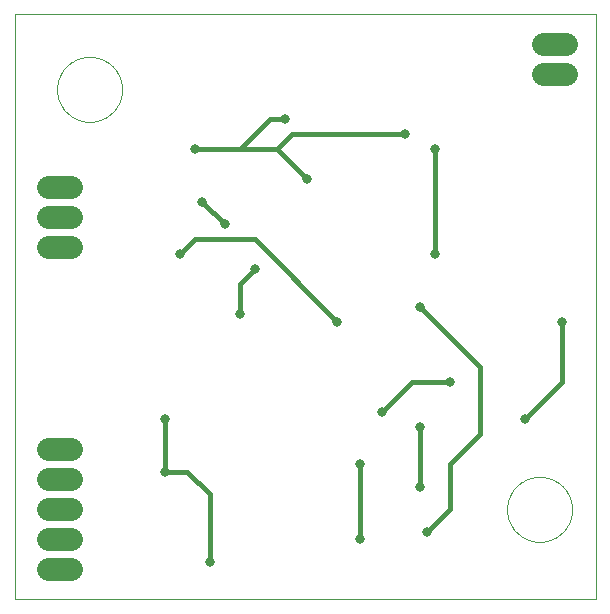
<source format=gbl>
G75*
%MOIN*%
%OFA0B0*%
%FSLAX25Y25*%
%IPPOS*%
%LPD*%
%AMOC8*
5,1,8,0,0,1.08239X$1,22.5*
%
%ADD10C,0.00000*%
%ADD11C,0.07800*%
%ADD12C,0.03169*%
%ADD13C,0.01600*%
D10*
X0003450Y0001250D02*
X0003450Y0196211D01*
X0197151Y0196211D01*
X0197151Y0001250D01*
X0003450Y0001250D01*
X0017623Y0171250D02*
X0017626Y0171516D01*
X0017636Y0171781D01*
X0017652Y0172046D01*
X0017675Y0172311D01*
X0017704Y0172575D01*
X0017740Y0172839D01*
X0017782Y0173101D01*
X0017831Y0173362D01*
X0017886Y0173622D01*
X0017947Y0173881D01*
X0018015Y0174138D01*
X0018089Y0174393D01*
X0018169Y0174646D01*
X0018256Y0174898D01*
X0018348Y0175147D01*
X0018447Y0175393D01*
X0018552Y0175638D01*
X0018663Y0175879D01*
X0018779Y0176118D01*
X0018901Y0176354D01*
X0019030Y0176587D01*
X0019163Y0176816D01*
X0019303Y0177042D01*
X0019448Y0177265D01*
X0019598Y0177484D01*
X0019754Y0177700D01*
X0019915Y0177911D01*
X0020081Y0178119D01*
X0020252Y0178322D01*
X0020428Y0178521D01*
X0020609Y0178716D01*
X0020794Y0178906D01*
X0020984Y0179091D01*
X0021179Y0179272D01*
X0021378Y0179448D01*
X0021581Y0179619D01*
X0021789Y0179785D01*
X0022000Y0179946D01*
X0022216Y0180102D01*
X0022435Y0180252D01*
X0022658Y0180397D01*
X0022884Y0180537D01*
X0023113Y0180670D01*
X0023346Y0180799D01*
X0023582Y0180921D01*
X0023821Y0181037D01*
X0024062Y0181148D01*
X0024307Y0181253D01*
X0024553Y0181352D01*
X0024802Y0181444D01*
X0025054Y0181531D01*
X0025307Y0181611D01*
X0025562Y0181685D01*
X0025819Y0181753D01*
X0026078Y0181814D01*
X0026338Y0181869D01*
X0026599Y0181918D01*
X0026861Y0181960D01*
X0027125Y0181996D01*
X0027389Y0182025D01*
X0027654Y0182048D01*
X0027919Y0182064D01*
X0028184Y0182074D01*
X0028450Y0182077D01*
X0028716Y0182074D01*
X0028981Y0182064D01*
X0029246Y0182048D01*
X0029511Y0182025D01*
X0029775Y0181996D01*
X0030039Y0181960D01*
X0030301Y0181918D01*
X0030562Y0181869D01*
X0030822Y0181814D01*
X0031081Y0181753D01*
X0031338Y0181685D01*
X0031593Y0181611D01*
X0031846Y0181531D01*
X0032098Y0181444D01*
X0032347Y0181352D01*
X0032593Y0181253D01*
X0032838Y0181148D01*
X0033079Y0181037D01*
X0033318Y0180921D01*
X0033554Y0180799D01*
X0033787Y0180670D01*
X0034016Y0180537D01*
X0034242Y0180397D01*
X0034465Y0180252D01*
X0034684Y0180102D01*
X0034900Y0179946D01*
X0035111Y0179785D01*
X0035319Y0179619D01*
X0035522Y0179448D01*
X0035721Y0179272D01*
X0035916Y0179091D01*
X0036106Y0178906D01*
X0036291Y0178716D01*
X0036472Y0178521D01*
X0036648Y0178322D01*
X0036819Y0178119D01*
X0036985Y0177911D01*
X0037146Y0177700D01*
X0037302Y0177484D01*
X0037452Y0177265D01*
X0037597Y0177042D01*
X0037737Y0176816D01*
X0037870Y0176587D01*
X0037999Y0176354D01*
X0038121Y0176118D01*
X0038237Y0175879D01*
X0038348Y0175638D01*
X0038453Y0175393D01*
X0038552Y0175147D01*
X0038644Y0174898D01*
X0038731Y0174646D01*
X0038811Y0174393D01*
X0038885Y0174138D01*
X0038953Y0173881D01*
X0039014Y0173622D01*
X0039069Y0173362D01*
X0039118Y0173101D01*
X0039160Y0172839D01*
X0039196Y0172575D01*
X0039225Y0172311D01*
X0039248Y0172046D01*
X0039264Y0171781D01*
X0039274Y0171516D01*
X0039277Y0171250D01*
X0039274Y0170984D01*
X0039264Y0170719D01*
X0039248Y0170454D01*
X0039225Y0170189D01*
X0039196Y0169925D01*
X0039160Y0169661D01*
X0039118Y0169399D01*
X0039069Y0169138D01*
X0039014Y0168878D01*
X0038953Y0168619D01*
X0038885Y0168362D01*
X0038811Y0168107D01*
X0038731Y0167854D01*
X0038644Y0167602D01*
X0038552Y0167353D01*
X0038453Y0167107D01*
X0038348Y0166862D01*
X0038237Y0166621D01*
X0038121Y0166382D01*
X0037999Y0166146D01*
X0037870Y0165913D01*
X0037737Y0165684D01*
X0037597Y0165458D01*
X0037452Y0165235D01*
X0037302Y0165016D01*
X0037146Y0164800D01*
X0036985Y0164589D01*
X0036819Y0164381D01*
X0036648Y0164178D01*
X0036472Y0163979D01*
X0036291Y0163784D01*
X0036106Y0163594D01*
X0035916Y0163409D01*
X0035721Y0163228D01*
X0035522Y0163052D01*
X0035319Y0162881D01*
X0035111Y0162715D01*
X0034900Y0162554D01*
X0034684Y0162398D01*
X0034465Y0162248D01*
X0034242Y0162103D01*
X0034016Y0161963D01*
X0033787Y0161830D01*
X0033554Y0161701D01*
X0033318Y0161579D01*
X0033079Y0161463D01*
X0032838Y0161352D01*
X0032593Y0161247D01*
X0032347Y0161148D01*
X0032098Y0161056D01*
X0031846Y0160969D01*
X0031593Y0160889D01*
X0031338Y0160815D01*
X0031081Y0160747D01*
X0030822Y0160686D01*
X0030562Y0160631D01*
X0030301Y0160582D01*
X0030039Y0160540D01*
X0029775Y0160504D01*
X0029511Y0160475D01*
X0029246Y0160452D01*
X0028981Y0160436D01*
X0028716Y0160426D01*
X0028450Y0160423D01*
X0028184Y0160426D01*
X0027919Y0160436D01*
X0027654Y0160452D01*
X0027389Y0160475D01*
X0027125Y0160504D01*
X0026861Y0160540D01*
X0026599Y0160582D01*
X0026338Y0160631D01*
X0026078Y0160686D01*
X0025819Y0160747D01*
X0025562Y0160815D01*
X0025307Y0160889D01*
X0025054Y0160969D01*
X0024802Y0161056D01*
X0024553Y0161148D01*
X0024307Y0161247D01*
X0024062Y0161352D01*
X0023821Y0161463D01*
X0023582Y0161579D01*
X0023346Y0161701D01*
X0023113Y0161830D01*
X0022884Y0161963D01*
X0022658Y0162103D01*
X0022435Y0162248D01*
X0022216Y0162398D01*
X0022000Y0162554D01*
X0021789Y0162715D01*
X0021581Y0162881D01*
X0021378Y0163052D01*
X0021179Y0163228D01*
X0020984Y0163409D01*
X0020794Y0163594D01*
X0020609Y0163784D01*
X0020428Y0163979D01*
X0020252Y0164178D01*
X0020081Y0164381D01*
X0019915Y0164589D01*
X0019754Y0164800D01*
X0019598Y0165016D01*
X0019448Y0165235D01*
X0019303Y0165458D01*
X0019163Y0165684D01*
X0019030Y0165913D01*
X0018901Y0166146D01*
X0018779Y0166382D01*
X0018663Y0166621D01*
X0018552Y0166862D01*
X0018447Y0167107D01*
X0018348Y0167353D01*
X0018256Y0167602D01*
X0018169Y0167854D01*
X0018089Y0168107D01*
X0018015Y0168362D01*
X0017947Y0168619D01*
X0017886Y0168878D01*
X0017831Y0169138D01*
X0017782Y0169399D01*
X0017740Y0169661D01*
X0017704Y0169925D01*
X0017675Y0170189D01*
X0017652Y0170454D01*
X0017636Y0170719D01*
X0017626Y0170984D01*
X0017623Y0171250D01*
X0167623Y0031250D02*
X0167626Y0031516D01*
X0167636Y0031781D01*
X0167652Y0032046D01*
X0167675Y0032311D01*
X0167704Y0032575D01*
X0167740Y0032839D01*
X0167782Y0033101D01*
X0167831Y0033362D01*
X0167886Y0033622D01*
X0167947Y0033881D01*
X0168015Y0034138D01*
X0168089Y0034393D01*
X0168169Y0034646D01*
X0168256Y0034898D01*
X0168348Y0035147D01*
X0168447Y0035393D01*
X0168552Y0035638D01*
X0168663Y0035879D01*
X0168779Y0036118D01*
X0168901Y0036354D01*
X0169030Y0036587D01*
X0169163Y0036816D01*
X0169303Y0037042D01*
X0169448Y0037265D01*
X0169598Y0037484D01*
X0169754Y0037700D01*
X0169915Y0037911D01*
X0170081Y0038119D01*
X0170252Y0038322D01*
X0170428Y0038521D01*
X0170609Y0038716D01*
X0170794Y0038906D01*
X0170984Y0039091D01*
X0171179Y0039272D01*
X0171378Y0039448D01*
X0171581Y0039619D01*
X0171789Y0039785D01*
X0172000Y0039946D01*
X0172216Y0040102D01*
X0172435Y0040252D01*
X0172658Y0040397D01*
X0172884Y0040537D01*
X0173113Y0040670D01*
X0173346Y0040799D01*
X0173582Y0040921D01*
X0173821Y0041037D01*
X0174062Y0041148D01*
X0174307Y0041253D01*
X0174553Y0041352D01*
X0174802Y0041444D01*
X0175054Y0041531D01*
X0175307Y0041611D01*
X0175562Y0041685D01*
X0175819Y0041753D01*
X0176078Y0041814D01*
X0176338Y0041869D01*
X0176599Y0041918D01*
X0176861Y0041960D01*
X0177125Y0041996D01*
X0177389Y0042025D01*
X0177654Y0042048D01*
X0177919Y0042064D01*
X0178184Y0042074D01*
X0178450Y0042077D01*
X0178716Y0042074D01*
X0178981Y0042064D01*
X0179246Y0042048D01*
X0179511Y0042025D01*
X0179775Y0041996D01*
X0180039Y0041960D01*
X0180301Y0041918D01*
X0180562Y0041869D01*
X0180822Y0041814D01*
X0181081Y0041753D01*
X0181338Y0041685D01*
X0181593Y0041611D01*
X0181846Y0041531D01*
X0182098Y0041444D01*
X0182347Y0041352D01*
X0182593Y0041253D01*
X0182838Y0041148D01*
X0183079Y0041037D01*
X0183318Y0040921D01*
X0183554Y0040799D01*
X0183787Y0040670D01*
X0184016Y0040537D01*
X0184242Y0040397D01*
X0184465Y0040252D01*
X0184684Y0040102D01*
X0184900Y0039946D01*
X0185111Y0039785D01*
X0185319Y0039619D01*
X0185522Y0039448D01*
X0185721Y0039272D01*
X0185916Y0039091D01*
X0186106Y0038906D01*
X0186291Y0038716D01*
X0186472Y0038521D01*
X0186648Y0038322D01*
X0186819Y0038119D01*
X0186985Y0037911D01*
X0187146Y0037700D01*
X0187302Y0037484D01*
X0187452Y0037265D01*
X0187597Y0037042D01*
X0187737Y0036816D01*
X0187870Y0036587D01*
X0187999Y0036354D01*
X0188121Y0036118D01*
X0188237Y0035879D01*
X0188348Y0035638D01*
X0188453Y0035393D01*
X0188552Y0035147D01*
X0188644Y0034898D01*
X0188731Y0034646D01*
X0188811Y0034393D01*
X0188885Y0034138D01*
X0188953Y0033881D01*
X0189014Y0033622D01*
X0189069Y0033362D01*
X0189118Y0033101D01*
X0189160Y0032839D01*
X0189196Y0032575D01*
X0189225Y0032311D01*
X0189248Y0032046D01*
X0189264Y0031781D01*
X0189274Y0031516D01*
X0189277Y0031250D01*
X0189274Y0030984D01*
X0189264Y0030719D01*
X0189248Y0030454D01*
X0189225Y0030189D01*
X0189196Y0029925D01*
X0189160Y0029661D01*
X0189118Y0029399D01*
X0189069Y0029138D01*
X0189014Y0028878D01*
X0188953Y0028619D01*
X0188885Y0028362D01*
X0188811Y0028107D01*
X0188731Y0027854D01*
X0188644Y0027602D01*
X0188552Y0027353D01*
X0188453Y0027107D01*
X0188348Y0026862D01*
X0188237Y0026621D01*
X0188121Y0026382D01*
X0187999Y0026146D01*
X0187870Y0025913D01*
X0187737Y0025684D01*
X0187597Y0025458D01*
X0187452Y0025235D01*
X0187302Y0025016D01*
X0187146Y0024800D01*
X0186985Y0024589D01*
X0186819Y0024381D01*
X0186648Y0024178D01*
X0186472Y0023979D01*
X0186291Y0023784D01*
X0186106Y0023594D01*
X0185916Y0023409D01*
X0185721Y0023228D01*
X0185522Y0023052D01*
X0185319Y0022881D01*
X0185111Y0022715D01*
X0184900Y0022554D01*
X0184684Y0022398D01*
X0184465Y0022248D01*
X0184242Y0022103D01*
X0184016Y0021963D01*
X0183787Y0021830D01*
X0183554Y0021701D01*
X0183318Y0021579D01*
X0183079Y0021463D01*
X0182838Y0021352D01*
X0182593Y0021247D01*
X0182347Y0021148D01*
X0182098Y0021056D01*
X0181846Y0020969D01*
X0181593Y0020889D01*
X0181338Y0020815D01*
X0181081Y0020747D01*
X0180822Y0020686D01*
X0180562Y0020631D01*
X0180301Y0020582D01*
X0180039Y0020540D01*
X0179775Y0020504D01*
X0179511Y0020475D01*
X0179246Y0020452D01*
X0178981Y0020436D01*
X0178716Y0020426D01*
X0178450Y0020423D01*
X0178184Y0020426D01*
X0177919Y0020436D01*
X0177654Y0020452D01*
X0177389Y0020475D01*
X0177125Y0020504D01*
X0176861Y0020540D01*
X0176599Y0020582D01*
X0176338Y0020631D01*
X0176078Y0020686D01*
X0175819Y0020747D01*
X0175562Y0020815D01*
X0175307Y0020889D01*
X0175054Y0020969D01*
X0174802Y0021056D01*
X0174553Y0021148D01*
X0174307Y0021247D01*
X0174062Y0021352D01*
X0173821Y0021463D01*
X0173582Y0021579D01*
X0173346Y0021701D01*
X0173113Y0021830D01*
X0172884Y0021963D01*
X0172658Y0022103D01*
X0172435Y0022248D01*
X0172216Y0022398D01*
X0172000Y0022554D01*
X0171789Y0022715D01*
X0171581Y0022881D01*
X0171378Y0023052D01*
X0171179Y0023228D01*
X0170984Y0023409D01*
X0170794Y0023594D01*
X0170609Y0023784D01*
X0170428Y0023979D01*
X0170252Y0024178D01*
X0170081Y0024381D01*
X0169915Y0024589D01*
X0169754Y0024800D01*
X0169598Y0025016D01*
X0169448Y0025235D01*
X0169303Y0025458D01*
X0169163Y0025684D01*
X0169030Y0025913D01*
X0168901Y0026146D01*
X0168779Y0026382D01*
X0168663Y0026621D01*
X0168552Y0026862D01*
X0168447Y0027107D01*
X0168348Y0027353D01*
X0168256Y0027602D01*
X0168169Y0027854D01*
X0168089Y0028107D01*
X0168015Y0028362D01*
X0167947Y0028619D01*
X0167886Y0028878D01*
X0167831Y0029138D01*
X0167782Y0029399D01*
X0167740Y0029661D01*
X0167704Y0029925D01*
X0167675Y0030189D01*
X0167652Y0030454D01*
X0167636Y0030719D01*
X0167626Y0030984D01*
X0167623Y0031250D01*
D11*
X0022350Y0031250D02*
X0014550Y0031250D01*
X0014550Y0021250D02*
X0022350Y0021250D01*
X0022350Y0011250D02*
X0014550Y0011250D01*
X0014550Y0041250D02*
X0022350Y0041250D01*
X0022350Y0051250D02*
X0014550Y0051250D01*
X0014550Y0118750D02*
X0022350Y0118750D01*
X0022350Y0128750D02*
X0014550Y0128750D01*
X0014550Y0138750D02*
X0022350Y0138750D01*
X0179550Y0176250D02*
X0187350Y0176250D01*
X0187350Y0186250D02*
X0179550Y0186250D01*
D12*
X0143450Y0151250D03*
X0133450Y0156250D03*
X0100950Y0141250D03*
X0093450Y0161250D03*
X0065950Y0133750D03*
X0073450Y0126250D03*
X0083450Y0111250D03*
X0078450Y0096250D03*
X0058450Y0116250D03*
X0063450Y0151250D03*
X0110950Y0093750D03*
X0138450Y0098750D03*
X0143450Y0116250D03*
X0185950Y0093750D03*
X0173450Y0061250D03*
X0148450Y0073750D03*
X0138450Y0058750D03*
X0125950Y0063750D03*
X0118450Y0046250D03*
X0138450Y0038750D03*
X0140950Y0023750D03*
X0118450Y0021250D03*
X0068450Y0013750D03*
X0053450Y0043750D03*
X0053450Y0061250D03*
D13*
X0053450Y0043750D01*
X0060950Y0043750D01*
X0068450Y0036250D01*
X0068450Y0013750D01*
X0118450Y0021250D02*
X0118450Y0046250D01*
X0125950Y0063750D02*
X0135950Y0073750D01*
X0148450Y0073750D01*
X0158450Y0078750D02*
X0138450Y0098750D01*
X0143450Y0116250D02*
X0143450Y0151250D01*
X0133450Y0156250D02*
X0095950Y0156250D01*
X0090950Y0151250D01*
X0100950Y0141250D01*
X0090950Y0151250D02*
X0078450Y0151250D01*
X0088450Y0161250D01*
X0093450Y0161250D01*
X0078450Y0151250D02*
X0063450Y0151250D01*
X0065950Y0133750D02*
X0073450Y0126250D01*
X0063450Y0121250D02*
X0058450Y0116250D01*
X0063450Y0121250D02*
X0083450Y0121250D01*
X0110950Y0093750D01*
X0083450Y0111250D02*
X0078450Y0106250D01*
X0078450Y0096250D01*
X0138450Y0058750D02*
X0138450Y0038750D01*
X0148450Y0031250D02*
X0148450Y0046250D01*
X0158450Y0056250D01*
X0158450Y0078750D01*
X0173450Y0061250D02*
X0185950Y0073750D01*
X0185950Y0093750D01*
X0148450Y0031250D02*
X0140950Y0023750D01*
M02*

</source>
